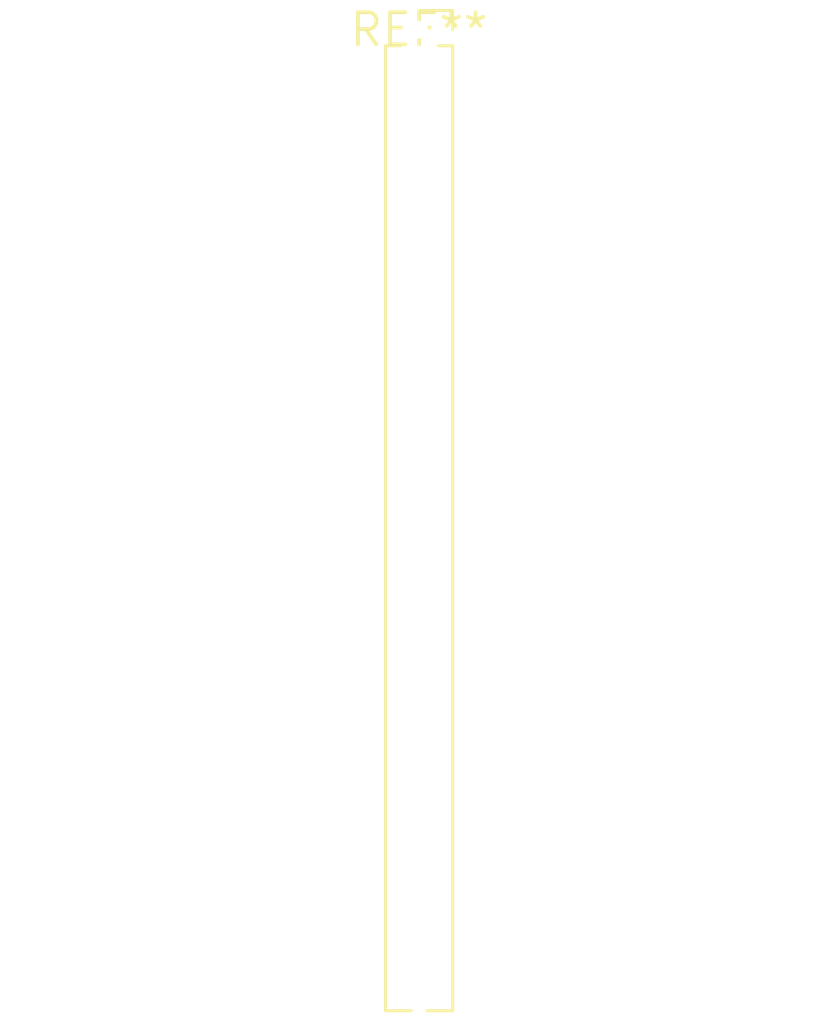
<source format=kicad_pcb>
(kicad_pcb (version 20240108) (generator pcbnew)
  (layers (0 "F.Cu" signal) (31 "B.Cu" signal) (34 "B.Paste" user) (35 "F.Paste" user) (36 "B.SilkS" user "B.Silkscreen") (37 "F.SilkS" user "F.Silkscreen") (38 "B.Mask" user) (39 "F.Mask" user) (44 "Edge.Cuts" user))
  (net 0 "")
  (footprint "PinSocket_1x31_P1.27mm_Vertical" (layer "F.Cu") (at 0 0)
    (property "Reference" "REF**")
    (property "Value" "PinSocket_1x31_P1.27mm_Vertical")
    (fp_line (start -1.33 0.635) (end -1.33 38.795) (layer "F.SilkS") (stroke (width 0.12)))
    (fp_line (start -1.33 0.635) (end -0.76 0.635) (layer "F.SilkS") (stroke (width 0.12)))
    (fp_line (start -1.33 38.795) (end -0.30753 38.795) (layer "F.SilkS") (stroke (width 0.12)))
    (fp_line (start 0 -0.76) (end 1.33 -0.76) (layer "F.SilkS") (stroke (width 0.12)))
    (fp_line (start 0.30753 38.795) (end 1.33 38.795) (layer "F.SilkS") (stroke (width 0.12)))
    (fp_line (start 0.76 0.635) (end 1.33 0.635) (layer "F.SilkS") (stroke (width 0.12)))
    (fp_line (start 1.33 -0.76) (end 1.33 0) (layer "F.SilkS") (stroke (width 0.12)))
    (fp_line (start 1.33 0.635) (end 1.33 38.795) (layer "F.SilkS") (stroke (width 0.12)))
    (pad "1" thru_hole rect (at 0 0) (size 1 1) (drill 0.7) (layers *.Cu *.Mask) (remove_unused_layers))
    (pad "2" thru_hole oval (at 0 1.27) (size 1 1) (drill 0.7) (layers *.Cu *.Mask) (remove_unused_layers))
    (pad "3" thru_hole oval (at 0 2.54) (size 1 1) (drill 0.7) (layers *.Cu *.Mask) (remove_unused_layers))
    (pad "4" thru_hole oval (at 0 3.81) (size 1 1) (drill 0.7) (layers *.Cu *.Mask) (remove_unused_layers))
    (pad "5" thru_hole oval (at 0 5.08) (size 1 1) (drill 0.7) (layers *.Cu *.Mask) (remove_unused_layers))
    (pad "6" thru_hole oval (at 0 6.35) (size 1 1) (drill 0.7) (layers *.Cu *.Mask) (remove_unused_layers))
    (pad "7" thru_hole oval (at 0 7.62) (size 1 1) (drill 0.7) (layers *.Cu *.Mask) (remove_unused_layers))
    (pad "8" thru_hole oval (at 0 8.89) (size 1 1) (drill 0.7) (layers *.Cu *.Mask) (remove_unused_layers))
    (pad "9" thru_hole oval (at 0 10.16) (size 1 1) (drill 0.7) (layers *.Cu *.Mask) (remove_unused_layers))
    (pad "10" thru_hole oval (at 0 11.43) (size 1 1) (drill 0.7) (layers *.Cu *.Mask) (remove_unused_layers))
    (pad "11" thru_hole oval (at 0 12.7) (size 1 1) (drill 0.7) (layers *.Cu *.Mask) (remove_unused_layers))
    (pad "12" thru_hole oval (at 0 13.97) (size 1 1) (drill 0.7) (layers *.Cu *.Mask) (remove_unused_layers))
    (pad "13" thru_hole oval (at 0 15.24) (size 1 1) (drill 0.7) (layers *.Cu *.Mask) (remove_unused_layers))
    (pad "14" thru_hole oval (at 0 16.51) (size 1 1) (drill 0.7) (layers *.Cu *.Mask) (remove_unused_layers))
    (pad "15" thru_hole oval (at 0 17.78) (size 1 1) (drill 0.7) (layers *.Cu *.Mask) (remove_unused_layers))
    (pad "16" thru_hole oval (at 0 19.05) (size 1 1) (drill 0.7) (layers *.Cu *.Mask) (remove_unused_layers))
    (pad "17" thru_hole oval (at 0 20.32) (size 1 1) (drill 0.7) (layers *.Cu *.Mask) (remove_unused_layers))
    (pad "18" thru_hole oval (at 0 21.59) (size 1 1) (drill 0.7) (layers *.Cu *.Mask) (remove_unused_layers))
    (pad "19" thru_hole oval (at 0 22.86) (size 1 1) (drill 0.7) (layers *.Cu *.Mask) (remove_unused_layers))
    (pad "20" thru_hole oval (at 0 24.13) (size 1 1) (drill 0.7) (layers *.Cu *.Mask) (remove_unused_layers))
    (pad "21" thru_hole oval (at 0 25.4) (size 1 1) (drill 0.7) (layers *.Cu *.Mask) (remove_unused_layers))
    (pad "22" thru_hole oval (at 0 26.67) (size 1 1) (drill 0.7) (layers *.Cu *.Mask) (remove_unused_layers))
    (pad "23" thru_hole oval (at 0 27.94) (size 1 1) (drill 0.7) (layers *.Cu *.Mask) (remove_unused_layers))
    (pad "24" thru_hole oval (at 0 29.21) (size 1 1) (drill 0.7) (layers *.Cu *.Mask) (remove_unused_layers))
    (pad "25" thru_hole oval (at 0 30.48) (size 1 1) (drill 0.7) (layers *.Cu *.Mask) (remove_unused_layers))
    (pad "26" thru_hole oval (at 0 31.75) (size 1 1) (drill 0.7) (layers *.Cu *.Mask) (remove_unused_layers))
    (pad "27" thru_hole oval (at 0 33.02) (size 1 1) (drill 0.7) (layers *.Cu *.Mask) (remove_unused_layers))
    (pad "28" thru_hole oval (at 0 34.29) (size 1 1) (drill 0.7) (layers *.Cu *.Mask) (remove_unused_layers))
    (pad "29" thru_hole oval (at 0 35.56) (size 1 1) (drill 0.7) (layers *.Cu *.Mask) (remove_unused_layers))
    (pad "30" thru_hole oval (at 0 36.83) (size 1 1) (drill 0.7) (layers *.Cu *.Mask) (remove_unused_layers))
    (pad "31" thru_hole oval (at 0 38.1) (size 1 1) (drill 0.7) (layers *.Cu *.Mask) (remove_unused_layers))
  )
)
</source>
